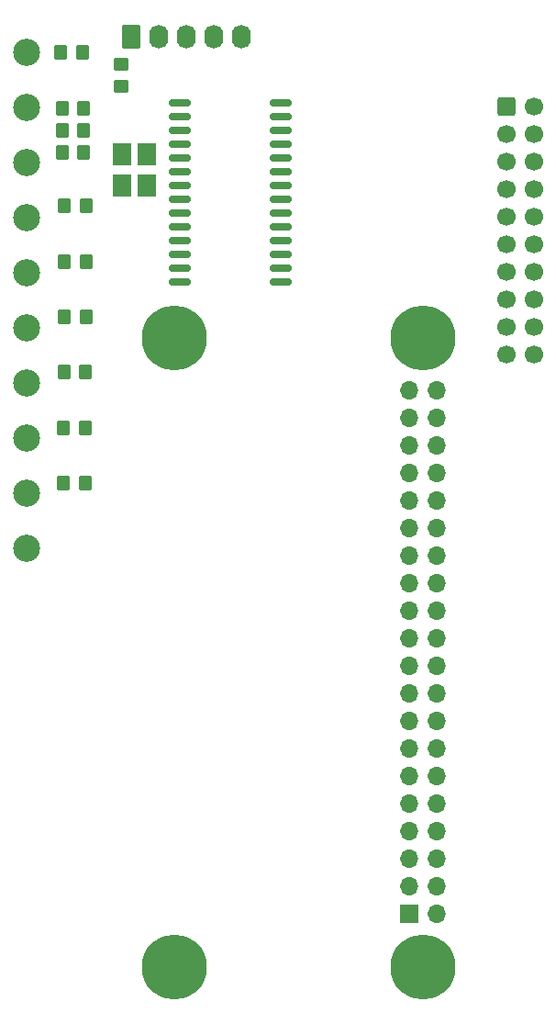
<source format=gbr>
%TF.GenerationSoftware,KiCad,Pcbnew,(6.0.1)*%
%TF.CreationDate,2022-02-13T18:34:14+00:00*%
%TF.ProjectId,module-processing,6d6f6475-6c65-42d7-9072-6f6365737369,rev?*%
%TF.SameCoordinates,Original*%
%TF.FileFunction,Soldermask,Bot*%
%TF.FilePolarity,Negative*%
%FSLAX46Y46*%
G04 Gerber Fmt 4.6, Leading zero omitted, Abs format (unit mm)*
G04 Created by KiCad (PCBNEW (6.0.1)) date 2022-02-13 18:34:14*
%MOMM*%
%LPD*%
G01*
G04 APERTURE LIST*
G04 Aperture macros list*
%AMRoundRect*
0 Rectangle with rounded corners*
0 $1 Rounding radius*
0 $2 $3 $4 $5 $6 $7 $8 $9 X,Y pos of 4 corners*
0 Add a 4 corners polygon primitive as box body*
4,1,4,$2,$3,$4,$5,$6,$7,$8,$9,$2,$3,0*
0 Add four circle primitives for the rounded corners*
1,1,$1+$1,$2,$3*
1,1,$1+$1,$4,$5*
1,1,$1+$1,$6,$7*
1,1,$1+$1,$8,$9*
0 Add four rect primitives between the rounded corners*
20,1,$1+$1,$2,$3,$4,$5,0*
20,1,$1+$1,$4,$5,$6,$7,0*
20,1,$1+$1,$6,$7,$8,$9,0*
20,1,$1+$1,$8,$9,$2,$3,0*%
G04 Aperture macros list end*
%ADD10RoundRect,0.250000X-0.620000X-0.845000X0.620000X-0.845000X0.620000X0.845000X-0.620000X0.845000X0*%
%ADD11O,1.740000X2.190000*%
%ADD12RoundRect,0.250000X-0.600000X-0.600000X0.600000X-0.600000X0.600000X0.600000X-0.600000X0.600000X0*%
%ADD13C,1.700000*%
%ADD14C,2.500000*%
%ADD15C,6.000000*%
%ADD16R,1.700000X1.700000*%
%ADD17O,1.700000X1.700000*%
%ADD18RoundRect,0.250000X0.350000X0.450000X-0.350000X0.450000X-0.350000X-0.450000X0.350000X-0.450000X0*%
%ADD19RoundRect,0.250000X-0.350000X-0.450000X0.350000X-0.450000X0.350000X0.450000X-0.350000X0.450000X0*%
%ADD20RoundRect,0.250000X0.450000X-0.350000X0.450000X0.350000X-0.450000X0.350000X-0.450000X-0.350000X0*%
%ADD21RoundRect,0.150000X-0.875000X-0.150000X0.875000X-0.150000X0.875000X0.150000X-0.875000X0.150000X0*%
%ADD22R,1.800000X2.100000*%
G04 APERTURE END LIST*
D10*
%TO.C,J3*%
X136398000Y-28000000D03*
D11*
X138938000Y-28000000D03*
X141478000Y-28000000D03*
X144018000Y-28000000D03*
X146558000Y-28000000D03*
%TD*%
D12*
%TO.C,J1*%
X171000000Y-34500000D03*
D13*
X173540000Y-34500000D03*
X171000000Y-37040000D03*
X173540000Y-37040000D03*
X171000000Y-39580000D03*
X173540000Y-39580000D03*
X171000000Y-42120000D03*
X173540000Y-42120000D03*
X171000000Y-44660000D03*
X173540000Y-44660000D03*
X171000000Y-47200000D03*
X173540000Y-47200000D03*
X171000000Y-49740000D03*
X173540000Y-49740000D03*
X171000000Y-52280000D03*
X173540000Y-52280000D03*
X171000000Y-54820000D03*
X173540000Y-54820000D03*
X171000000Y-57360000D03*
X173540000Y-57360000D03*
%TD*%
D14*
%TO.C,H2*%
X126730000Y-29480000D03*
%TD*%
%TO.C,H1*%
X126730000Y-34570000D03*
%TD*%
%TO.C,H3*%
X126730000Y-39640000D03*
%TD*%
%TO.C,H4*%
X126740000Y-44730000D03*
%TD*%
%TO.C,H6*%
X126740000Y-54890000D03*
%TD*%
%TO.C,H9*%
X126730000Y-70130000D03*
%TD*%
%TO.C,H10*%
X126730000Y-75210000D03*
%TD*%
%TO.C,H5*%
X126730000Y-49810000D03*
%TD*%
%TO.C,H8*%
X126730000Y-65050000D03*
%TD*%
%TO.C,H7*%
X126730000Y-59970000D03*
%TD*%
D15*
%TO.C,J2*%
X140322000Y-113792000D03*
X163322000Y-55792000D03*
X163322000Y-113792000D03*
X140322000Y-55792000D03*
D16*
X162052000Y-108922000D03*
D17*
X164592000Y-108922000D03*
X162052000Y-106382000D03*
X164592000Y-106382000D03*
X162052000Y-103842000D03*
X164592000Y-103842000D03*
X162052000Y-101302000D03*
X164592000Y-101302000D03*
X162052000Y-98762000D03*
X164592000Y-98762000D03*
X162052000Y-96222000D03*
X164592000Y-96222000D03*
X162052000Y-93682000D03*
X164592000Y-93682000D03*
X162052000Y-91142000D03*
X164592000Y-91142000D03*
X162052000Y-88602000D03*
X164592000Y-88602000D03*
X162052000Y-86062000D03*
X164592000Y-86062000D03*
X162052000Y-83522000D03*
X164592000Y-83522000D03*
X162052000Y-80982000D03*
X164592000Y-80982000D03*
X162052000Y-78442000D03*
X164592000Y-78442000D03*
X162052000Y-75902000D03*
X164592000Y-75902000D03*
X162052000Y-73362000D03*
X164592000Y-73362000D03*
X162052000Y-70822000D03*
X164592000Y-70822000D03*
X162052000Y-68282000D03*
X164592000Y-68282000D03*
X162052000Y-65742000D03*
X164592000Y-65742000D03*
X162052000Y-63202000D03*
X164592000Y-63202000D03*
X162052000Y-60662000D03*
X164592000Y-60662000D03*
%TD*%
D18*
%TO.C,R1*%
X131850000Y-29500000D03*
X129850000Y-29500000D03*
%TD*%
%TO.C,R3*%
X131975000Y-34625000D03*
X129975000Y-34625000D03*
%TD*%
%TO.C,R11*%
X131975000Y-36650000D03*
X129975000Y-36650000D03*
%TD*%
D19*
%TO.C,R9*%
X130200000Y-43575000D03*
X132200000Y-43575000D03*
%TD*%
%TO.C,R10*%
X130225000Y-48775000D03*
X132225000Y-48775000D03*
%TD*%
%TO.C,R12*%
X130200000Y-53875000D03*
X132200000Y-53875000D03*
%TD*%
%TO.C,R17*%
X130150000Y-58925000D03*
X132150000Y-58925000D03*
%TD*%
%TO.C,R19*%
X130125000Y-64050000D03*
X132125000Y-64050000D03*
%TD*%
%TO.C,R20*%
X130100000Y-69150000D03*
X132100000Y-69150000D03*
%TD*%
D20*
%TO.C,R22*%
X135400000Y-32600000D03*
X135400000Y-30600000D03*
%TD*%
D19*
%TO.C,R8*%
X129975000Y-38700000D03*
X131975000Y-38700000D03*
%TD*%
D21*
%TO.C,IC1*%
X140840000Y-50605000D03*
X140840000Y-49335000D03*
X140840000Y-48065000D03*
X140840000Y-46795000D03*
X140840000Y-45525000D03*
X140840000Y-44255000D03*
X140840000Y-42985000D03*
X140840000Y-41715000D03*
X140840000Y-40445000D03*
X140840000Y-39175000D03*
X140840000Y-37905000D03*
X140840000Y-36635000D03*
X140840000Y-35365000D03*
X140840000Y-34095000D03*
X150140000Y-34095000D03*
X150140000Y-35365000D03*
X150140000Y-36635000D03*
X150140000Y-37905000D03*
X150140000Y-39175000D03*
X150140000Y-40445000D03*
X150140000Y-41715000D03*
X150140000Y-42985000D03*
X150140000Y-44255000D03*
X150140000Y-45525000D03*
X150140000Y-46795000D03*
X150140000Y-48065000D03*
X150140000Y-49335000D03*
X150140000Y-50605000D03*
%TD*%
D22*
%TO.C,Y1*%
X137810000Y-38820000D03*
X137810000Y-41720000D03*
X135510000Y-41720000D03*
X135510000Y-38820000D03*
%TD*%
M02*

</source>
